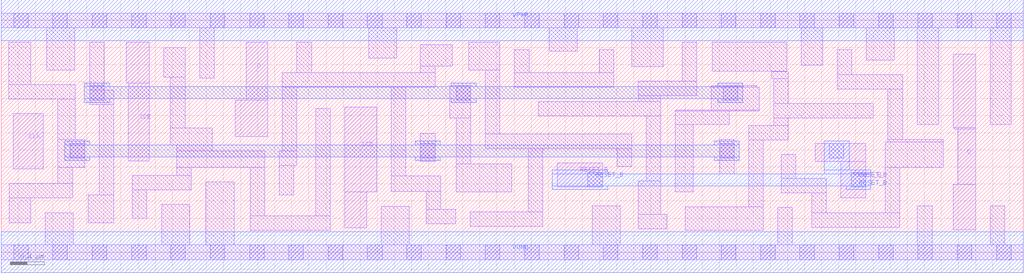
<source format=lef>
# Copyright 2020 The SkyWater PDK Authors
#
# Licensed under the Apache License, Version 2.0 (the "License");
# you may not use this file except in compliance with the License.
# You may obtain a copy of the License at
#
#     https://www.apache.org/licenses/LICENSE-2.0
#
# Unless required by applicable law or agreed to in writing, software
# distributed under the License is distributed on an "AS IS" BASIS,
# WITHOUT WARRANTIES OR CONDITIONS OF ANY KIND, either express or implied.
# See the License for the specific language governing permissions and
# limitations under the License.
#
# SPDX-License-Identifier: Apache-2.0

VERSION 5.7 ;
  NAMESCASESENSITIVE ON ;
  NOWIREEXTENSIONATPIN ON ;
  DIVIDERCHAR "/" ;
  BUSBITCHARS "[]" ;
UNITS
  DATABASE MICRONS 200 ;
END UNITS
MACRO sky130_fd_sc_hd__sdfrtp_2
  CLASS CORE ;
  SOURCE USER ;
  FOREIGN sky130_fd_sc_hd__sdfrtp_2 ;
  ORIGIN  0.000000  0.000000 ;
  SIZE  11.96000 BY  2.720000 ;
  SYMMETRY X Y R90 ;
  SITE unithd ;
  PIN D
    ANTENNAGATEAREA  0.144000 ;
    DIRECTION INPUT ;
    USE SIGNAL ;
    PORT
      LAYER li1 ;
        RECT 2.735000 1.355000 3.120000 1.785000 ;
        RECT 2.865000 1.785000 3.120000 2.465000 ;
    END
  END D
  PIN Q
    ANTENNADIFFAREA  0.445500 ;
    DIRECTION OUTPUT ;
    USE SIGNAL ;
    PORT
      LAYER li1 ;
        RECT 11.140000 0.265000 11.400000 0.795000 ;
        RECT 11.140000 1.460000 11.400000 2.325000 ;
        RECT 11.150000 1.445000 11.400000 1.460000 ;
        RECT 11.190000 0.795000 11.400000 1.445000 ;
    END
  END Q
  PIN RESET_B
    ANTENNAGATEAREA  0.252000 ;
    DIRECTION INPUT ;
    USE SIGNAL ;
    PORT
      LAYER li1 ;
        RECT 6.505000 0.765000 7.035000 1.045000 ;
      LAYER mcon ;
        RECT 6.865000 0.765000 7.035000 0.935000 ;
    END
    PORT
      LAYER li1 ;
        RECT 9.525000 1.065000 10.115000 1.275000 ;
        RECT 9.825000 0.635000 10.115000 1.065000 ;
      LAYER mcon ;
        RECT 9.690000 1.105000  9.860000 1.275000 ;
        RECT 9.945000 0.765000 10.115000 0.935000 ;
    END
    PORT
      LAYER met1 ;
        RECT 6.445000 0.735000  7.095000 0.780000 ;
        RECT 6.445000 0.780000 10.175000 0.920000 ;
        RECT 6.445000 0.920000  7.095000 0.965000 ;
        RECT 9.630000 0.920000 10.175000 0.965000 ;
        RECT 9.630000 0.965000  9.920000 1.305000 ;
        RECT 9.885000 0.735000 10.175000 0.780000 ;
    END
  END RESET_B
  PIN SCD
    ANTENNAGATEAREA  0.156600 ;
    DIRECTION INPUT ;
    USE SIGNAL ;
    PORT
      LAYER li1 ;
        RECT 4.020000 0.285000 4.275000 0.710000 ;
        RECT 4.020000 0.710000 4.395000 1.700000 ;
    END
  END SCD
  PIN SCE
    ANTENNAGATEAREA  0.435000 ;
    DIRECTION INPUT ;
    USE SIGNAL ;
    PORT
      LAYER li1 ;
        RECT 1.465000 1.985000 1.730000 2.465000 ;
        RECT 1.485000 1.070000 1.730000 1.985000 ;
    END
  END SCE
  PIN CLK
    ANTENNAGATEAREA  0.247500 ;
    DIRECTION INPUT ;
    USE CLOCK ;
    PORT
      LAYER li1 ;
        RECT 0.140000 0.975000 0.490000 1.625000 ;
    END
  END CLK
  PIN VGND
    DIRECTION INOUT ;
    SHAPE ABUTMENT ;
    USE GROUND ;
    PORT
      LAYER met1 ;
        RECT 0.000000 -0.240000 11.960000 0.240000 ;
    END
  END VGND
  PIN VPWR
    DIRECTION INOUT ;
    SHAPE ABUTMENT ;
    USE POWER ;
    PORT
      LAYER met1 ;
        RECT 0.000000 2.480000 11.960000 2.960000 ;
    END
  END VPWR
  OBS
    LAYER li1 ;
      RECT  0.000000 -0.085000 11.960000 0.085000 ;
      RECT  0.000000  2.635000 11.960000 2.805000 ;
      RECT  0.090000  1.795000  0.865000 1.965000 ;
      RECT  0.090000  1.965000  0.345000 2.465000 ;
      RECT  0.095000  0.345000  0.345000 0.635000 ;
      RECT  0.095000  0.635000  0.835000 0.805000 ;
      RECT  0.515000  0.085000  0.845000 0.465000 ;
      RECT  0.530000  2.135000  0.860000 2.635000 ;
      RECT  0.660000  0.805000  0.835000 0.995000 ;
      RECT  0.660000  0.995000  0.975000 1.325000 ;
      RECT  0.660000  1.325000  0.865000 1.795000 ;
      RECT  1.015000  0.345000  1.315000 0.675000 ;
      RECT  1.035000  1.730000  1.315000 1.900000 ;
      RECT  1.035000  1.900000  1.205000 2.465000 ;
      RECT  1.145000  0.675000  1.315000 1.730000 ;
      RECT  1.535000  0.395000  1.705000 0.730000 ;
      RECT  1.535000  0.730000  2.225000 0.900000 ;
      RECT  1.875000  0.085000  2.205000 0.560000 ;
      RECT  1.900000  2.055000  2.150000 2.400000 ;
      RECT  1.980000  1.260000  2.470000 1.455000 ;
      RECT  1.980000  1.455000  2.150000 2.055000 ;
      RECT  2.055000  0.900000  2.225000 0.995000 ;
      RECT  2.055000  0.995000  3.085000 1.185000 ;
      RECT  2.055000  1.185000  2.470000 1.260000 ;
      RECT  2.320000  2.040000  2.490000 2.635000 ;
      RECT  2.395000  0.085000  2.725000 0.825000 ;
      RECT  2.915000  0.255000  3.850000 0.425000 ;
      RECT  2.915000  0.425000  3.085000 0.995000 ;
      RECT  3.255000  0.675000  3.425000 1.015000 ;
      RECT  3.255000  1.015000  3.460000 1.185000 ;
      RECT  3.290000  1.185000  3.460000 1.935000 ;
      RECT  3.290000  1.935000  5.075000 2.105000 ;
      RECT  3.460000  2.105000  3.630000 2.465000 ;
      RECT  3.680000  0.425000  3.850000 1.685000 ;
      RECT  4.300000  2.275000  4.630000 2.635000 ;
      RECT  4.445000  0.085000  4.775000 0.540000 ;
      RECT  4.565000  0.715000  5.145000 0.895000 ;
      RECT  4.565000  0.895000  4.735000 1.935000 ;
      RECT  4.905000  1.065000  5.075000 1.395000 ;
      RECT  4.905000  2.105000  5.075000 2.185000 ;
      RECT  4.905000  2.185000  5.275000 2.435000 ;
      RECT  4.975000  0.335000  5.315000 0.505000 ;
      RECT  4.975000  0.505000  5.145000 0.715000 ;
      RECT  5.245000  1.575000  5.495000 1.955000 ;
      RECT  5.325000  0.705000  5.975000 1.035000 ;
      RECT  5.325000  1.035000  5.495000 1.575000 ;
      RECT  5.470000  2.135000  5.835000 2.465000 ;
      RECT  5.485000  0.305000  6.335000 0.475000 ;
      RECT  5.665000  1.215000  7.375000 1.385000 ;
      RECT  5.665000  1.385000  5.835000 2.135000 ;
      RECT  6.005000  1.935000  7.165000 2.105000 ;
      RECT  6.005000  2.105000  6.175000 2.375000 ;
      RECT  6.165000  0.475000  6.335000 1.215000 ;
      RECT  6.285000  1.595000  7.715000 1.765000 ;
      RECT  6.410000  2.355000  6.740000 2.635000 ;
      RECT  6.915000  0.085000  7.245000 0.545000 ;
      RECT  6.995000  2.105000  7.165000 2.375000 ;
      RECT  7.205000  1.005000  7.375000 1.215000 ;
      RECT  7.375000  2.175000  7.745000 2.635000 ;
      RECT  7.455000  0.275000  7.785000 0.445000 ;
      RECT  7.455000  0.445000  7.715000 0.835000 ;
      RECT  7.455000  1.765000  7.715000 1.835000 ;
      RECT  7.455000  1.835000  8.140000 2.005000 ;
      RECT  7.545000  0.835000  7.715000 1.595000 ;
      RECT  7.885000  0.705000  8.095000 1.495000 ;
      RECT  7.885000  1.495000  8.520000 1.655000 ;
      RECT  7.885000  1.655000  8.870000 1.665000 ;
      RECT  7.970000  2.005000  8.140000 2.465000 ;
      RECT  8.005000  0.255000  8.915000 0.535000 ;
      RECT  8.310000  1.665000  8.870000 1.935000 ;
      RECT  8.310000  1.935000  8.840000 1.955000 ;
      RECT  8.320000  2.125000  9.190000 2.465000 ;
      RECT  8.405000  0.920000  8.575000 1.325000 ;
      RECT  8.745000  0.535000  8.915000 1.315000 ;
      RECT  8.745000  1.315000  9.210000 1.485000 ;
      RECT  9.015000  2.035000  9.210000 2.115000 ;
      RECT  9.015000  2.115000  9.190000 2.125000 ;
      RECT  9.040000  1.485000  9.210000 1.575000 ;
      RECT  9.040000  1.575000 10.205000 1.745000 ;
      RECT  9.040000  1.745000  9.210000 2.035000 ;
      RECT  9.085000  0.085000  9.255000 0.525000 ;
      RECT  9.125000  0.695000  9.655000 0.865000 ;
      RECT  9.125000  0.865000  9.295000 1.145000 ;
      RECT  9.360000  2.195000  9.610000 2.635000 ;
      RECT  9.485000  0.295000 10.515000 0.465000 ;
      RECT  9.485000  0.465000  9.655000 0.695000 ;
      RECT  9.780000  1.915000 10.545000 2.085000 ;
      RECT  9.780000  2.085000  9.950000 2.375000 ;
      RECT 10.120000  2.255000 10.450000 2.635000 ;
      RECT 10.345000  0.465000 10.515000 0.995000 ;
      RECT 10.345000  0.995000 11.020000 1.295000 ;
      RECT 10.375000  1.295000 11.020000 1.325000 ;
      RECT 10.375000  1.325000 10.545000 1.915000 ;
      RECT 10.720000  0.085000 10.890000 0.545000 ;
      RECT 10.720000  1.495000 10.970000 2.635000 ;
      RECT 11.570000  0.085000 11.740000 0.545000 ;
      RECT 11.570000  1.495000 11.820000 2.635000 ;
    LAYER mcon ;
      RECT  0.145000 -0.085000  0.315000 0.085000 ;
      RECT  0.145000  2.635000  0.315000 2.805000 ;
      RECT  0.605000 -0.085000  0.775000 0.085000 ;
      RECT  0.605000  2.635000  0.775000 2.805000 ;
      RECT  0.805000  1.105000  0.975000 1.275000 ;
      RECT  1.035000  1.785000  1.205000 1.955000 ;
      RECT  1.065000 -0.085000  1.235000 0.085000 ;
      RECT  1.065000  2.635000  1.235000 2.805000 ;
      RECT  1.525000 -0.085000  1.695000 0.085000 ;
      RECT  1.525000  2.635000  1.695000 2.805000 ;
      RECT  1.985000 -0.085000  2.155000 0.085000 ;
      RECT  1.985000  2.635000  2.155000 2.805000 ;
      RECT  2.445000 -0.085000  2.615000 0.085000 ;
      RECT  2.445000  2.635000  2.615000 2.805000 ;
      RECT  2.905000 -0.085000  3.075000 0.085000 ;
      RECT  2.905000  2.635000  3.075000 2.805000 ;
      RECT  3.365000 -0.085000  3.535000 0.085000 ;
      RECT  3.365000  2.635000  3.535000 2.805000 ;
      RECT  3.825000 -0.085000  3.995000 0.085000 ;
      RECT  3.825000  2.635000  3.995000 2.805000 ;
      RECT  4.285000 -0.085000  4.455000 0.085000 ;
      RECT  4.285000  2.635000  4.455000 2.805000 ;
      RECT  4.745000 -0.085000  4.915000 0.085000 ;
      RECT  4.745000  2.635000  4.915000 2.805000 ;
      RECT  4.905000  1.105000  5.075000 1.275000 ;
      RECT  5.205000 -0.085000  5.375000 0.085000 ;
      RECT  5.205000  2.635000  5.375000 2.805000 ;
      RECT  5.325000  1.785000  5.495000 1.955000 ;
      RECT  5.665000 -0.085000  5.835000 0.085000 ;
      RECT  5.665000  2.635000  5.835000 2.805000 ;
      RECT  6.125000 -0.085000  6.295000 0.085000 ;
      RECT  6.125000  2.635000  6.295000 2.805000 ;
      RECT  6.585000 -0.085000  6.755000 0.085000 ;
      RECT  6.585000  2.635000  6.755000 2.805000 ;
      RECT  7.045000 -0.085000  7.215000 0.085000 ;
      RECT  7.045000  2.635000  7.215000 2.805000 ;
      RECT  7.505000 -0.085000  7.675000 0.085000 ;
      RECT  7.505000  2.635000  7.675000 2.805000 ;
      RECT  7.965000 -0.085000  8.135000 0.085000 ;
      RECT  7.965000  2.635000  8.135000 2.805000 ;
      RECT  8.405000  1.105000  8.575000 1.275000 ;
      RECT  8.425000 -0.085000  8.595000 0.085000 ;
      RECT  8.425000  2.635000  8.595000 2.805000 ;
      RECT  8.445000  1.785000  8.615000 1.955000 ;
      RECT  8.885000 -0.085000  9.055000 0.085000 ;
      RECT  8.885000  2.635000  9.055000 2.805000 ;
      RECT  9.345000 -0.085000  9.515000 0.085000 ;
      RECT  9.345000  2.635000  9.515000 2.805000 ;
      RECT  9.805000 -0.085000  9.975000 0.085000 ;
      RECT  9.805000  2.635000  9.975000 2.805000 ;
      RECT 10.265000 -0.085000 10.435000 0.085000 ;
      RECT 10.265000  2.635000 10.435000 2.805000 ;
      RECT 10.725000 -0.085000 10.895000 0.085000 ;
      RECT 10.725000  2.635000 10.895000 2.805000 ;
      RECT 11.185000 -0.085000 11.355000 0.085000 ;
      RECT 11.185000  2.635000 11.355000 2.805000 ;
      RECT 11.645000 -0.085000 11.815000 0.085000 ;
      RECT 11.645000  2.635000 11.815000 2.805000 ;
    LAYER met1 ;
      RECT 0.745000 1.075000 1.035000 1.120000 ;
      RECT 0.745000 1.120000 8.635000 1.260000 ;
      RECT 0.745000 1.260000 1.035000 1.305000 ;
      RECT 0.970000 1.755000 1.270000 1.800000 ;
      RECT 0.970000 1.800000 8.675000 1.940000 ;
      RECT 0.970000 1.940000 1.270000 1.985000 ;
      RECT 4.845000 1.075000 5.135000 1.120000 ;
      RECT 4.845000 1.260000 5.135000 1.305000 ;
      RECT 5.265000 1.755000 5.555000 1.800000 ;
      RECT 5.265000 1.940000 5.555000 1.985000 ;
      RECT 8.345000 1.075000 8.635000 1.120000 ;
      RECT 8.345000 1.260000 8.635000 1.305000 ;
      RECT 8.385000 1.755000 8.675000 1.800000 ;
      RECT 8.385000 1.940000 8.675000 1.985000 ;
  END
END sky130_fd_sc_hd__sdfrtp_2

</source>
